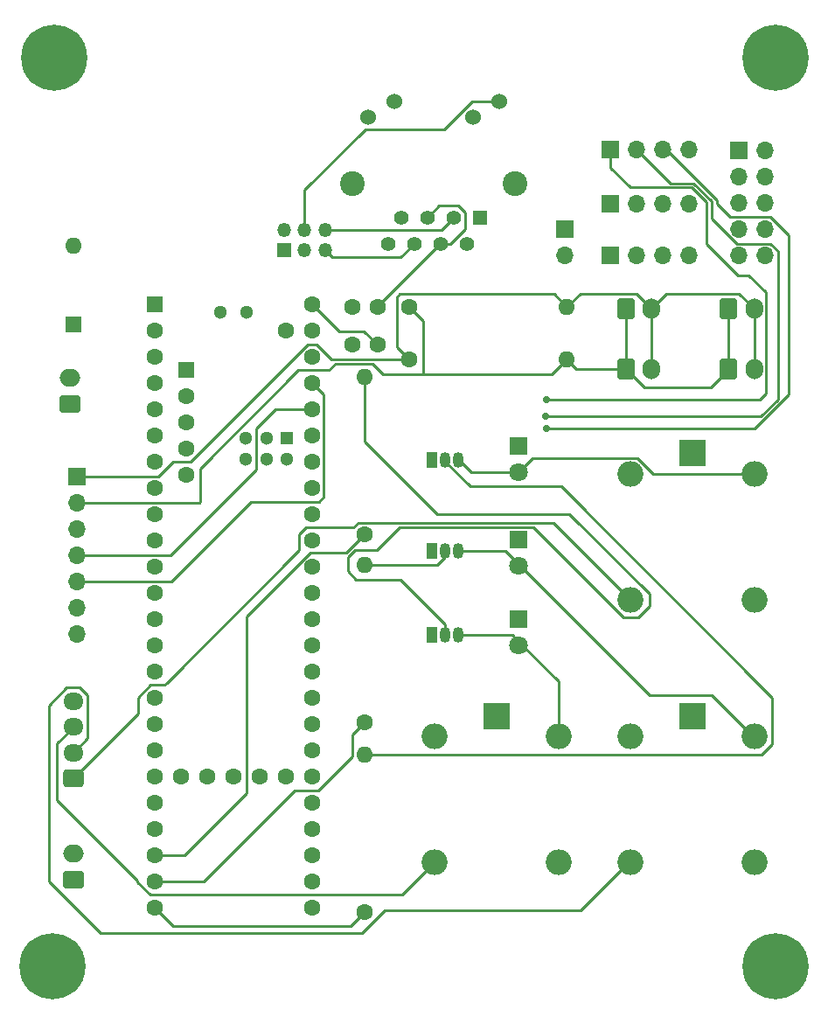
<source format=gtl>
%TF.GenerationSoftware,KiCad,Pcbnew,8.0.6*%
%TF.CreationDate,2024-11-20T18:40:54-05:00*%
%TF.ProjectId,Main_4layer,4d61696e-5f34-46c6-9179-65722e6b6963,0*%
%TF.SameCoordinates,Original*%
%TF.FileFunction,Copper,L1,Top*%
%TF.FilePolarity,Positive*%
%FSLAX46Y46*%
G04 Gerber Fmt 4.6, Leading zero omitted, Abs format (unit mm)*
G04 Created by KiCad (PCBNEW 8.0.6) date 2024-11-20 18:40:54*
%MOMM*%
%LPD*%
G01*
G04 APERTURE LIST*
G04 Aperture macros list*
%AMRoundRect*
0 Rectangle with rounded corners*
0 $1 Rounding radius*
0 $2 $3 $4 $5 $6 $7 $8 $9 X,Y pos of 4 corners*
0 Add a 4 corners polygon primitive as box body*
4,1,4,$2,$3,$4,$5,$6,$7,$8,$9,$2,$3,0*
0 Add four circle primitives for the rounded corners*
1,1,$1+$1,$2,$3*
1,1,$1+$1,$4,$5*
1,1,$1+$1,$6,$7*
1,1,$1+$1,$8,$9*
0 Add four rect primitives between the rounded corners*
20,1,$1+$1,$2,$3,$4,$5,0*
20,1,$1+$1,$4,$5,$6,$7,0*
20,1,$1+$1,$6,$7,$8,$9,0*
20,1,$1+$1,$8,$9,$2,$3,0*%
G04 Aperture macros list end*
%TA.AperFunction,ComponentPad*%
%ADD10C,1.600000*%
%TD*%
%TA.AperFunction,ComponentPad*%
%ADD11O,1.600000X1.600000*%
%TD*%
%TA.AperFunction,ComponentPad*%
%ADD12R,1.700000X1.700000*%
%TD*%
%TA.AperFunction,ComponentPad*%
%ADD13O,1.700000X1.700000*%
%TD*%
%TA.AperFunction,ComponentPad*%
%ADD14C,6.400000*%
%TD*%
%TA.AperFunction,ComponentPad*%
%ADD15RoundRect,0.250000X-0.600000X-0.750000X0.600000X-0.750000X0.600000X0.750000X-0.600000X0.750000X0*%
%TD*%
%TA.AperFunction,ComponentPad*%
%ADD16O,1.700000X2.000000*%
%TD*%
%TA.AperFunction,ComponentPad*%
%ADD17R,2.500000X2.500000*%
%TD*%
%TA.AperFunction,ComponentPad*%
%ADD18O,2.500000X2.500000*%
%TD*%
%TA.AperFunction,ComponentPad*%
%ADD19R,1.398000X1.398000*%
%TD*%
%TA.AperFunction,ComponentPad*%
%ADD20C,1.398000*%
%TD*%
%TA.AperFunction,ComponentPad*%
%ADD21C,1.530000*%
%TD*%
%TA.AperFunction,ComponentPad*%
%ADD22C,2.400000*%
%TD*%
%TA.AperFunction,ComponentPad*%
%ADD23R,1.600000X1.600000*%
%TD*%
%TA.AperFunction,ComponentPad*%
%ADD24R,1.300000X1.300000*%
%TD*%
%TA.AperFunction,ComponentPad*%
%ADD25C,1.300000*%
%TD*%
%TA.AperFunction,ComponentPad*%
%ADD26R,1.050000X1.500000*%
%TD*%
%TA.AperFunction,ComponentPad*%
%ADD27O,1.050000X1.500000*%
%TD*%
%TA.AperFunction,ComponentPad*%
%ADD28RoundRect,0.250000X0.725000X-0.600000X0.725000X0.600000X-0.725000X0.600000X-0.725000X-0.600000X0*%
%TD*%
%TA.AperFunction,ComponentPad*%
%ADD29O,1.950000X1.700000*%
%TD*%
%TA.AperFunction,ComponentPad*%
%ADD30RoundRect,0.250000X0.750000X-0.600000X0.750000X0.600000X-0.750000X0.600000X-0.750000X-0.600000X0*%
%TD*%
%TA.AperFunction,ComponentPad*%
%ADD31O,2.000000X1.700000*%
%TD*%
%TA.AperFunction,ComponentPad*%
%ADD32R,1.350000X1.350000*%
%TD*%
%TA.AperFunction,ComponentPad*%
%ADD33O,1.350000X1.350000*%
%TD*%
%TA.AperFunction,ComponentPad*%
%ADD34R,1.800000X1.800000*%
%TD*%
%TA.AperFunction,ComponentPad*%
%ADD35C,1.800000*%
%TD*%
%TA.AperFunction,ViaPad*%
%ADD36C,0.700000*%
%TD*%
%TA.AperFunction,Conductor*%
%ADD37C,0.250000*%
%TD*%
G04 APERTURE END LIST*
D10*
X148040000Y-114520000D03*
D11*
X148040000Y-99280000D03*
D12*
X171820000Y-59050000D03*
D13*
X174360000Y-59050000D03*
X176900000Y-59050000D03*
X179440000Y-59050000D03*
D14*
X117920000Y-50170000D03*
D12*
X184265000Y-59160000D03*
D13*
X186805000Y-59160000D03*
X184265000Y-61700000D03*
X186805000Y-61700000D03*
X184265000Y-64240000D03*
X186805000Y-64240000D03*
X184265000Y-66780000D03*
X186805000Y-66780000D03*
X184265000Y-69320000D03*
X186805000Y-69320000D03*
D15*
X173290000Y-74450000D03*
D16*
X175790000Y-74450000D03*
D17*
X160790000Y-113900000D03*
D18*
X154790000Y-115900000D03*
X154790000Y-128100000D03*
X166790000Y-128100000D03*
X166790000Y-115900000D03*
D10*
X149290000Y-77975000D03*
X146790000Y-77975000D03*
X152370000Y-74300000D03*
D11*
X167610000Y-74300000D03*
D19*
X159150000Y-65650000D03*
D20*
X157880000Y-68190000D03*
X156610000Y-65650000D03*
X155340000Y-68190000D03*
X154070000Y-65650000D03*
X152800000Y-68190000D03*
X151530000Y-65650000D03*
X150260000Y-68190000D03*
D21*
X161030000Y-54400000D03*
X158515000Y-55920000D03*
X150895000Y-54400000D03*
X148380000Y-55920000D03*
D22*
X146830000Y-62350000D03*
X162580000Y-62350000D03*
D12*
X167440000Y-66760000D03*
D13*
X167440000Y-69300000D03*
D10*
X152370000Y-79400000D03*
D11*
X167610000Y-79400000D03*
D12*
X171820000Y-69310000D03*
D13*
X174360000Y-69310000D03*
X176900000Y-69310000D03*
X179440000Y-69310000D03*
D14*
X187820000Y-50170000D03*
D23*
X127720000Y-74070000D03*
D10*
X127720000Y-76610000D03*
X127720000Y-79150000D03*
X127720000Y-81690000D03*
X127720000Y-84230000D03*
X127720000Y-86770000D03*
X127720000Y-89310000D03*
X127720000Y-91850000D03*
X127720000Y-94390000D03*
X127720000Y-96930000D03*
X127720000Y-99470000D03*
X127720000Y-102010000D03*
X127720000Y-104550000D03*
X127720000Y-107090000D03*
X127720000Y-109630000D03*
X127720000Y-112170000D03*
X127720000Y-114710000D03*
X127720000Y-117250000D03*
X127720000Y-119790000D03*
X127720000Y-122330000D03*
X127720000Y-124870000D03*
X127720000Y-127410000D03*
X127720000Y-129950000D03*
X127720000Y-132490000D03*
X142960000Y-132490000D03*
X142960000Y-129950000D03*
X142960000Y-127410000D03*
X142960000Y-124870000D03*
X142960000Y-122330000D03*
X142960000Y-119790000D03*
X142960000Y-117250000D03*
X142960000Y-114710000D03*
X142960000Y-112170000D03*
X142960000Y-109630000D03*
X142960000Y-107090000D03*
X142960000Y-104550000D03*
X142960000Y-102010000D03*
X142960000Y-99470000D03*
X142960000Y-96930000D03*
X142960000Y-94390000D03*
X142960000Y-91850000D03*
X142960000Y-89310000D03*
X142960000Y-86770000D03*
X142960000Y-84230000D03*
X142960000Y-81690000D03*
X142960000Y-79150000D03*
X142960000Y-76610000D03*
X142960000Y-74070000D03*
X140420000Y-76610000D03*
X130260000Y-119790000D03*
X132800000Y-119790000D03*
X135340000Y-119790000D03*
X137880000Y-119790000D03*
X140420000Y-119790000D03*
D23*
X130770800Y-80369200D03*
D10*
X130770800Y-82909200D03*
X130770800Y-85449200D03*
X130770800Y-87989200D03*
X130770800Y-90529200D03*
D24*
X140521600Y-87040000D03*
D25*
X138521600Y-87040000D03*
X136521600Y-87040000D03*
X136521600Y-89040000D03*
X138521600Y-89040000D03*
X140521600Y-89040000D03*
X136610000Y-74800000D03*
X134070000Y-74800000D03*
D14*
X187820000Y-138170000D03*
D12*
X120130000Y-90720000D03*
D13*
X120130000Y-93260000D03*
X120130000Y-95800000D03*
X120130000Y-98340000D03*
X120130000Y-100880000D03*
X120130000Y-103420000D03*
X120130000Y-105960000D03*
D23*
X119820000Y-75970000D03*
D11*
X119820000Y-68350000D03*
D26*
X154547426Y-106068371D03*
D27*
X155817426Y-106068371D03*
X157087426Y-106068371D03*
D28*
X119790000Y-119960000D03*
D29*
X119790000Y-117460000D03*
X119790000Y-114960000D03*
X119790000Y-112460000D03*
D26*
X154547426Y-97908371D03*
D27*
X155817426Y-97908371D03*
X157087426Y-97908371D03*
D10*
X148040000Y-96320000D03*
D11*
X148040000Y-81080000D03*
D30*
X119790000Y-129750000D03*
D31*
X119790000Y-127250000D03*
D30*
X119520000Y-83670000D03*
D31*
X119520000Y-81170000D03*
D14*
X117820000Y-138170000D03*
D10*
X149290000Y-74275000D03*
X146790000Y-74275000D03*
D15*
X173290000Y-80325000D03*
D16*
X175790000Y-80325000D03*
D17*
X179790000Y-88472500D03*
D18*
X173790000Y-90472500D03*
X173790000Y-102672500D03*
X185790000Y-102672500D03*
X185790000Y-90472500D03*
D32*
X140190000Y-68820000D03*
D33*
X140190000Y-66820000D03*
X142190000Y-68820000D03*
X142190000Y-66820000D03*
X144190000Y-68820000D03*
X144190000Y-66820000D03*
D34*
X162887426Y-96833371D03*
D35*
X162887426Y-99373371D03*
D15*
X183240000Y-74450000D03*
D16*
X185740000Y-74450000D03*
D15*
X183240000Y-80325000D03*
D16*
X185740000Y-80325000D03*
D12*
X171820000Y-64325000D03*
D13*
X174360000Y-64325000D03*
X176900000Y-64325000D03*
X179440000Y-64325000D03*
D34*
X162887426Y-87768371D03*
D35*
X162887426Y-90308371D03*
D17*
X179790000Y-113900000D03*
D18*
X173790000Y-115900000D03*
X173790000Y-128100000D03*
X185790000Y-128100000D03*
X185790000Y-115900000D03*
D10*
X148040000Y-132920000D03*
D11*
X148040000Y-117680000D03*
D34*
X162887426Y-104508371D03*
D35*
X162887426Y-107048371D03*
D26*
X154547426Y-89108371D03*
D27*
X155817426Y-89108371D03*
X157087426Y-89108371D03*
D36*
X165540000Y-84900000D03*
X165590000Y-86110000D03*
X165660000Y-83280000D03*
D37*
X146790000Y-77900000D02*
X146790000Y-77975000D01*
X158357426Y-90308371D02*
X157157426Y-89108371D01*
X175982032Y-90472500D02*
X185790000Y-90472500D01*
X162887426Y-90308371D02*
X158357426Y-90308371D01*
X174432032Y-88922500D02*
X175982032Y-90472500D01*
X162887426Y-90308371D02*
X164273297Y-88922500D01*
X164273297Y-88922500D02*
X174432032Y-88922500D01*
X147410000Y-95180000D02*
X166297500Y-95180000D01*
X119790000Y-119960000D02*
X126110000Y-113640000D01*
X126110000Y-112110000D02*
X127310000Y-110910000D01*
X128870000Y-110690000D02*
X128650000Y-110910000D01*
X126110000Y-113640000D02*
X126110000Y-112110000D01*
X166297500Y-95180000D02*
X173790000Y-102672500D01*
X146950000Y-95640000D02*
X147410000Y-95180000D01*
X127400000Y-110910000D02*
X127310000Y-110910000D01*
X128650000Y-110910000D02*
X127400000Y-110910000D01*
X141690000Y-96275074D02*
X142325074Y-95640000D01*
X142325074Y-95640000D02*
X146950000Y-95640000D01*
X128870000Y-110690000D02*
X141690000Y-97870000D01*
X141690000Y-97870000D02*
X141690000Y-96275074D01*
X161622426Y-97908371D02*
X163087426Y-99373371D01*
X157087426Y-97908371D02*
X161622426Y-97908371D01*
X175614055Y-111900000D02*
X163087426Y-99373371D01*
X185590000Y-115900000D02*
X181590000Y-111900000D01*
X181590000Y-111900000D02*
X175614055Y-111900000D01*
X119150000Y-111140000D02*
X117410000Y-112880000D01*
X117410000Y-129920000D02*
X122440000Y-134950000D01*
X120450000Y-111140000D02*
X119150000Y-111140000D01*
X147790000Y-134950000D02*
X150000000Y-132740000D01*
X150000000Y-132740000D02*
X168950000Y-132740000D01*
X117410000Y-112880000D02*
X117410000Y-129920000D01*
X168950000Y-132740000D02*
X173590000Y-128100000D01*
X122440000Y-134950000D02*
X147790000Y-134950000D01*
X119830000Y-117460000D02*
X121210000Y-116080000D01*
X121210000Y-116080000D02*
X121210000Y-111900000D01*
X121210000Y-111900000D02*
X120450000Y-111140000D01*
X151670000Y-131220000D02*
X154790000Y-128100000D01*
X127230000Y-131220000D02*
X151670000Y-131220000D01*
X118240000Y-116550000D02*
X118240000Y-122025634D01*
X126020000Y-130010000D02*
X127230000Y-131220000D01*
X118240000Y-122025634D02*
X126020000Y-129805634D01*
X119790000Y-114960000D02*
X119790000Y-115000000D01*
X119790000Y-115000000D02*
X118240000Y-116550000D01*
X126020000Y-129805634D02*
X126020000Y-130010000D01*
X162307426Y-106068371D02*
X163287426Y-107048371D01*
X157157426Y-106068371D02*
X162307426Y-106068371D01*
X166790000Y-115900000D02*
X166790000Y-110550945D01*
X166790000Y-110550945D02*
X163287426Y-107048371D01*
X155325000Y-68190000D02*
X155340000Y-68190000D01*
X155340000Y-68190000D02*
X156328535Y-68190000D01*
X156328535Y-68190000D02*
X157780000Y-66738535D01*
X157780000Y-65180000D02*
X157110000Y-64510000D01*
X149240000Y-74275000D02*
X155325000Y-68190000D01*
X157780000Y-66738535D02*
X157780000Y-65180000D01*
X157110000Y-64510000D02*
X155210000Y-64510000D01*
X155210000Y-64510000D02*
X154070000Y-65650000D01*
X186460000Y-117680000D02*
X148040000Y-117680000D01*
X187500000Y-116640000D02*
X186460000Y-117680000D01*
X155887426Y-89108371D02*
X155887426Y-89333371D01*
X158254055Y-91700000D02*
X167090000Y-91700000D01*
X155887426Y-89333371D02*
X158254055Y-91700000D01*
X167090000Y-91700000D02*
X187500000Y-112110000D01*
X187500000Y-112110000D02*
X187500000Y-116640000D01*
X155050797Y-99280000D02*
X155817426Y-98513371D01*
X155817426Y-98513371D02*
X155817426Y-97908371D01*
X147990000Y-99280000D02*
X155050797Y-99280000D01*
X146410000Y-98560000D02*
X146410000Y-99910000D01*
X146410000Y-99910000D02*
X147200000Y-100700000D01*
X173080000Y-104380000D02*
X164348371Y-95648371D01*
X175580000Y-103300000D02*
X174500000Y-104380000D01*
X148040000Y-81080000D02*
X148040000Y-87350000D01*
X149170000Y-97860000D02*
X147110000Y-97860000D01*
X151449055Y-100700000D02*
X155817426Y-105068371D01*
X164348371Y-95648371D02*
X163860000Y-95648371D01*
X175580000Y-102050000D02*
X175580000Y-103300000D01*
X155020000Y-94330000D02*
X167860000Y-94330000D01*
X148040000Y-87350000D02*
X155020000Y-94330000D01*
X167860000Y-94330000D02*
X175580000Y-102050000D01*
X155817426Y-105068371D02*
X155817426Y-106068371D01*
X174500000Y-104380000D02*
X173080000Y-104380000D01*
X151381629Y-95648371D02*
X149170000Y-97860000D01*
X163860000Y-95648371D02*
X151381629Y-95648371D01*
X147200000Y-100700000D02*
X151449055Y-100700000D01*
X147110000Y-97860000D02*
X146410000Y-98560000D01*
X144070000Y-82800000D02*
X142960000Y-81690000D01*
X137000000Y-93160000D02*
X143580000Y-93160000D01*
X120130000Y-100880000D02*
X129280000Y-100880000D01*
X144070000Y-92670000D02*
X144070000Y-82800000D01*
X143580000Y-93160000D02*
X144070000Y-92670000D01*
X129280000Y-100880000D02*
X137000000Y-93160000D01*
X127720000Y-132490000D02*
X129500000Y-134270000D01*
X146690000Y-134270000D02*
X148040000Y-132920000D01*
X129500000Y-134270000D02*
X146690000Y-134270000D01*
X146790000Y-117860000D02*
X143550000Y-121100000D01*
X147990000Y-114520000D02*
X146790000Y-115720000D01*
X132410000Y-129950000D02*
X127720000Y-129950000D01*
X141260000Y-121100000D02*
X132410000Y-129950000D01*
X143550000Y-121100000D02*
X141260000Y-121100000D01*
X146790000Y-115720000D02*
X146790000Y-117860000D01*
X142774365Y-98100000D02*
X136590000Y-104284365D01*
X146210000Y-98100000D02*
X142774365Y-98100000D01*
X136590000Y-121370000D02*
X130550000Y-127410000D01*
X130550000Y-127410000D02*
X127720000Y-127410000D01*
X147990000Y-96320000D02*
X146210000Y-98100000D01*
X136590000Y-104284365D02*
X136590000Y-121370000D01*
X188050000Y-83240000D02*
X186400000Y-84890000D01*
X188050000Y-68920000D02*
X188050000Y-83240000D01*
X179889827Y-62329999D02*
X181630000Y-64070172D01*
X181630000Y-64070172D02*
X181630000Y-65750133D01*
X174360000Y-59050000D02*
X177640000Y-62330000D01*
X187315000Y-68185000D02*
X188050000Y-68920000D01*
X183464752Y-84890000D02*
X183454752Y-84900000D01*
X184064867Y-68185000D02*
X187315000Y-68185000D01*
X183454752Y-84900000D02*
X165540000Y-84900000D01*
X181630000Y-65750133D02*
X184064867Y-68185000D01*
X177640000Y-62330000D02*
X179889827Y-62329999D01*
X186400000Y-84890000D02*
X183464752Y-84890000D01*
X183410000Y-65550000D02*
X187290000Y-65550000D01*
X182150000Y-64290000D02*
X183410000Y-65550000D01*
X177189656Y-59050000D02*
X182150000Y-64010344D01*
X185759828Y-86110000D02*
X165590000Y-86110000D01*
X189070000Y-67330000D02*
X189070000Y-82799828D01*
X187290000Y-65550000D02*
X189070000Y-67330000D01*
X165720000Y-85950000D02*
X165580000Y-86090000D01*
X176900000Y-59050000D02*
X177189656Y-59050000D01*
X182150000Y-64010344D02*
X182150000Y-64290000D01*
X189070000Y-82799828D02*
X185759828Y-86110000D01*
X185220000Y-71220000D02*
X186875000Y-72875000D01*
X186280000Y-83260000D02*
X184545635Y-83260000D01*
X181130000Y-68210000D02*
X184140000Y-71220000D01*
X179720000Y-62740000D02*
X181130000Y-64150000D01*
X186875000Y-82685000D02*
X186290000Y-83270000D01*
X165720000Y-83260000D02*
X184545635Y-83260000D01*
X171820000Y-60830000D02*
X173730000Y-62740000D01*
X181130000Y-64150000D02*
X181130000Y-68210000D01*
X184140000Y-71220000D02*
X185220000Y-71220000D01*
X171820000Y-59050000D02*
X171820000Y-60830000D01*
X186875000Y-72875000D02*
X186875000Y-82685000D01*
X173730000Y-62740000D02*
X179720000Y-62740000D01*
X129490000Y-89250000D02*
X131150000Y-89250000D01*
X166350000Y-73040000D02*
X151430000Y-73040000D01*
X167610000Y-74300000D02*
X166350000Y-73040000D01*
X120130000Y-90720000D02*
X128020000Y-90720000D01*
X185740000Y-74475000D02*
X184265000Y-73000000D01*
X152370000Y-79400000D02*
X144800000Y-79400000D01*
X128020000Y-90720000D02*
X129490000Y-89250000D01*
X174360000Y-73020000D02*
X168890000Y-73020000D01*
X175790000Y-80300000D02*
X175815000Y-80325000D01*
X185740000Y-74450000D02*
X185740000Y-80325000D01*
X144800000Y-79400000D02*
X143320000Y-77920000D01*
X131150000Y-89250000D02*
X142480000Y-77920000D01*
X168890000Y-73020000D02*
X167610000Y-74300000D01*
X151110000Y-78165000D02*
X152345000Y-79400000D01*
X175790000Y-74450000D02*
X175790000Y-80300000D01*
X184265000Y-73000000D02*
X177240000Y-73000000D01*
X185740000Y-80350000D02*
X185765000Y-80375000D01*
X175790000Y-74450000D02*
X174360000Y-73020000D01*
X151430000Y-73040000D02*
X151110000Y-73360000D01*
X143320000Y-77920000D02*
X142600000Y-77920000D01*
X177240000Y-73000000D02*
X175790000Y-74450000D01*
X142480000Y-77920000D02*
X142600000Y-77920000D01*
X151110000Y-73360000D02*
X151110000Y-78165000D01*
X120130000Y-98340000D02*
X129200000Y-98340000D01*
X129200000Y-98340000D02*
X137500000Y-90040000D01*
X137500000Y-90040000D02*
X137500000Y-86110000D01*
X139380000Y-84230000D02*
X142960000Y-84230000D01*
X137500000Y-86110000D02*
X139380000Y-84230000D01*
X145540000Y-76650000D02*
X147965000Y-76650000D01*
X142960000Y-74070000D02*
X145540000Y-76650000D01*
X147965000Y-76650000D02*
X149290000Y-77975000D01*
X148770000Y-79810000D02*
X149810000Y-80850000D01*
X153690000Y-80850000D02*
X153690000Y-75620000D01*
X173290000Y-80300000D02*
X173315000Y-80325000D01*
X181540000Y-82100000D02*
X183265000Y-80375000D01*
X167585000Y-79400000D02*
X168510000Y-80325000D01*
X168510000Y-80325000D02*
X173315000Y-80325000D01*
X132070000Y-93170000D02*
X132070000Y-89950000D01*
X131980000Y-93260000D02*
X132070000Y-93170000D01*
X144570000Y-80420000D02*
X145180000Y-79810000D01*
X132070000Y-89950000D02*
X141600000Y-80420000D01*
X149810000Y-80850000D02*
X153690000Y-80850000D01*
X183265000Y-80375000D02*
X183240000Y-80350000D01*
X175090000Y-82100000D02*
X181540000Y-82100000D01*
X166135000Y-80850000D02*
X167585000Y-79400000D01*
X173315000Y-80325000D02*
X175090000Y-82100000D01*
X153690000Y-80850000D02*
X166135000Y-80850000D01*
X120130000Y-93260000D02*
X131980000Y-93260000D01*
X145180000Y-79810000D02*
X148770000Y-79810000D01*
X173290000Y-74450000D02*
X173290000Y-80300000D01*
X183240000Y-74450000D02*
X183240000Y-80325000D01*
X153690000Y-75620000D02*
X152370000Y-74300000D01*
X141600000Y-80420000D02*
X144570000Y-80420000D01*
X155440000Y-66820000D02*
X156610000Y-65650000D01*
X144190000Y-66820000D02*
X155440000Y-66820000D01*
X158410000Y-54400000D02*
X161030000Y-54400000D01*
X142190000Y-62980000D02*
X148070000Y-57100000D01*
X148070000Y-57100000D02*
X155710000Y-57100000D01*
X155710000Y-57100000D02*
X158410000Y-54400000D01*
X142190000Y-66820000D02*
X142190000Y-62980000D01*
X144190000Y-68820000D02*
X144865000Y-69495000D01*
X151495000Y-69495000D02*
X152800000Y-68190000D01*
X152713769Y-68190000D02*
X152800000Y-68190000D01*
X144865000Y-69495000D02*
X151495000Y-69495000D01*
M02*

</source>
